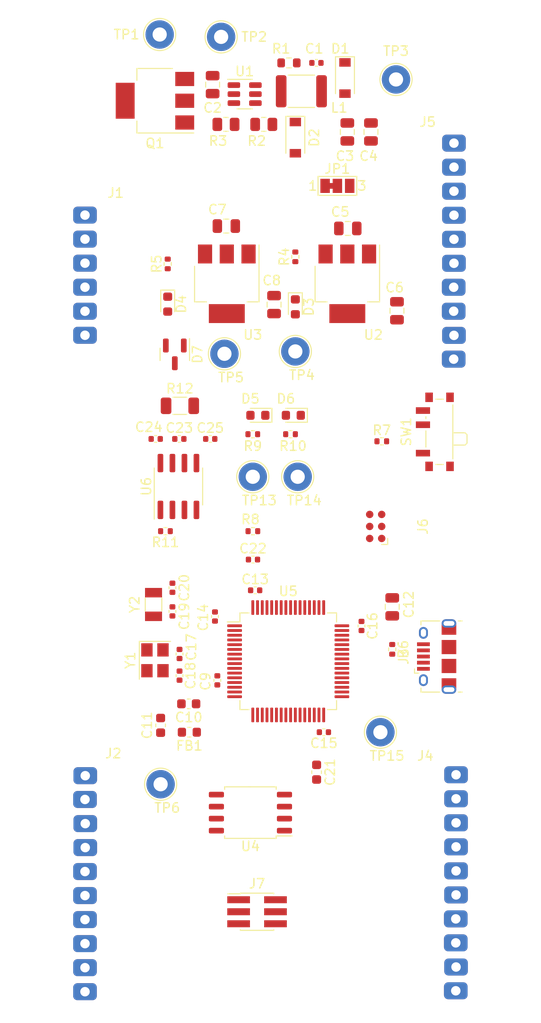
<source format=kicad_pcb>
(kicad_pcb (version 20211014) (generator pcbnew)
  (layers (0 "F.Cu" signal) (31 "B.Cu" signal) (34 "B.Paste" user) (35 "F.Paste" user) (36 "B.SilkS" user "B.Silkscreen") (37 "F.SilkS" user "F.Silkscreen") (38 "B.Mask" user) (39 "F.Mask" user) (44 "Edge.Cuts" user))
  (net 0 "")
  (net 1 "Net-(C1-Pad1)")
  (net 2 "Net-(C1-Pad2)")
  (net 3 "Net-(C2-Pad1)")
  (net 4 "GND")
  (net 5 "VPP")
  (net 6 "Net-(C5-Pad1)")
  (net 7 "+3V3")
  (net 8 "+5V")
  (net 9 "+3.3VA")
  (net 10 "/MCU-STM32F412RE/HSE_IN")
  (net 11 "/MCU-STM32F412RE/HSE_OUT")
  (net 12 "/MCU-STM32F412RE/LSE_IN")
  (net 13 "/MCU-STM32F412RE/LSE_OUT")
  (net 14 "/MCU-STM32F412RE/VCAP_1")
  (net 15 "/MCU-STM32F412RE/NRST")
  (net 16 "/CANH")
  (net 17 "/CANL")
  (net 18 "Net-(D2-Pad1)")
  (net 19 "/Power Supply/3v3_POWER_LED_K")
  (net 20 "/Power Supply/5v_POWER_LED_K")
  (net 21 "Net-(D5-Pad2)")
  (net 22 "Net-(D6-Pad2)")
  (net 23 "+BATT")
  (net 24 "/DEBUG_TX")
  (net 25 "/DEBUG_RX")
  (net 26 "/PB4")
  (net 27 "/PB5")
  (net 28 "/PB6")
  (net 29 "/PB7")
  (net 30 "/PD2")
  (net 31 "/PC12")
  (net 32 "/PC10")
  (net 33 "/PA15")
  (net 34 "VBUS")
  (net 35 "/MCU-STM32F412RE/USB_D-")
  (net 36 "/MCU-STM32F412RE/USB_D+")
  (net 39 "/PC0")
  (net 40 "/PC1")
  (net 41 "/PC2")
  (net 42 "/PC3")
  (net 43 "/PA0")
  (net 44 "/PA1")
  (net 45 "/PA2")
  (net 46 "/PA3")
  (net 47 "/PA4")
  (net 48 "/PA5")
  (net 49 "/PA8")
  (net 50 "/PC8")
  (net 51 "/PC7")
  (net 52 "/PC6")
  (net 53 "/PB15")
  (net 54 "/PB14")
  (net 55 "/PB13")
  (net 56 "/PB12")
  (net 57 "/PB10")
  (net 58 "/PB0")
  (net 59 "/MCU-STM32F412RE/SWDIO")
  (net 60 "/MCU-STM32F412RE/SWCLK")
  (net 61 "/MCU-STM32F412RE/SWO")
  (net 62 "Net-(R2-Pad2)")
  (net 63 "/MCU-STM32F412RE/SW_BOOT")
  (net 64 "/MCU-STM32F412RE/BOOT0")
  (net 65 "/MCU-STM32F412RE/TEST_LED1")
  (net 66 "/MCU-STM32F412RE/TEST_LED0")
  (net 67 "/MCU-STM32F412RE/CAN_TX")
  (net 68 "/MCU-STM32F412RE/QSPI_IO0")
  (net 69 "/MCU-STM32F412RE/QSPI_CS")
  (net 70 "/MCU-STM32F412RE/QSPI_IO1")
  (net 71 "/MCU-STM32F412RE/QSPI_CLK")
  (net 72 "/MCU-STM32F412RE/QSPI_IO2")
  (net 73 "/MCU-STM32F412RE/QSPI_IO3")
  (net 74 "/MCU-STM32F412RE/MCO_2")
  (net 75 "/MCU-STM32F412RE/CAN_RX")
  (footprint "TestPoint:TestPoint_Loop_D2.54mm_Drill1.5mm_Beaded" (layer "F.Cu") (at 111.5 109.75)
    (fp_text reference "TP15" (at 0.7 2.5) (layer "F.SilkS"))
    (fp_text value "TestPoint")
    (pad "1" thru_hole circle (at 0 0) (size 3 3) (drill 1.5) (layers *.Cu *.Mask) (net 74 "/MCU-STM32F412RE/MCO_2"))
  )
  (footprint "Crystal:Crystal_SMD_3215-2Pin_3.2x1.5mm" (layer "F.Cu") (at 87.5 96.25 -90)
    (fp_text reference "Y2" (at 0 2 90) (layer "F.SilkS"))
    (fp_text value "32.768 KHz")
    (pad "1" smd rect (at 1.25 0 270) (size 1 1.8) (layers "F.Cu" "F.Paste" "F.Mask") (net 12 "/MCU-STM32F412RE/LSE_IN"))
    (pad "2" smd rect (at -1.25 0 270) (size 1 1.8) (layers "F.Cu" "F.Paste" "F.Mask") (net 13 "/MCU-STM32F412RE/LSE_OUT"))
  )
  (footprint "Crystal:Crystal_SMD_3225-4Pin_3.2x2.5mm" (layer "F.Cu") (at 87.65 102.15 -90)
    (fp_text reference "Y1" (at 0 2.6 90) (layer "F.SilkS"))
    (fp_text value "16MHz")
    (pad "1" smd rect (at -1.1 0.85 270) (size 1.4 1.2) (layers "F.Cu" "F.Paste" "F.Mask") (net 10 "/MCU-STM32F412RE/HSE_IN"))
    (pad "2" smd rect (at 1.1 0.85 270) (size 1.4 1.2) (layers "F.Cu" "F.Paste" "F.Mask") (net 4 "GND"))
    (pad "3" smd rect (at 1.1 -0.85 270) (size 1.4 1.2) (layers "F.Cu" "F.Paste" "F.Mask") (net 11 "/MCU-STM32F412RE/HSE_OUT"))
    (pad "4" smd rect (at -1.1 -0.85 270) (size 1.4 1.2) (layers "F.Cu" "F.Paste" "F.Mask") (net 4 "GND"))
  )
  (footprint "Package_SO:SOIC-8_3.9x4.9mm_P1.27mm" (layer "F.Cu") (at 90.135 83.775 90)
    (fp_text reference "U6" (at 0 -3.4 90) (layer "F.SilkS"))
    (fp_text value "SN65HVD230")
    (pad "1" smd roundrect (at -2.475 -1.905 90) (size 1.95 0.6) (layers "F.Cu" "F.Paste" "F.Mask") (net 67 "/MCU-STM32F412RE/CAN_TX"))
    (pad "2" smd roundrect (at -2.475 -0.635 90) (size 1.95 0.6) (layers "F.Cu" "F.Paste" "F.Mask") (net 4 "GND"))
    (pad "3" smd roundrect (at -2.475 0.635 90) (size 1.95 0.6) (layers "F.Cu" "F.Paste" "F.Mask") (net 7 "+3V3"))
    (pad "4" smd roundrect (at -2.475 1.905 90) (size 1.95 0.6) (layers "F.Cu" "F.Paste" "F.Mask") (net 75 "/MCU-STM32F412RE/CAN_RX"))
    (pad "5" smd roundrect (at 2.475 1.905 90) (size 1.95 0.6) (layers "F.Cu" "F.Paste" "F.Mask"))
    (pad "6" smd roundrect (at 2.475 0.635 90) (size 1.95 0.6) (layers "F.Cu" "F.Paste" "F.Mask") (net 17 "/CANL"))
    (pad "7" smd roundrect (at 2.475 -0.635 90) (size 1.95 0.6) (layers "F.Cu" "F.Paste" "F.Mask") (net 16 "/CANH"))
    (pad "8" smd roundrect (at 2.475 -1.905 90) (size 1.95 0.6) (layers "F.Cu" "F.Paste" "F.Mask") (net 4 "GND"))
  )
  (footprint "TestPoint:TestPoint_Loop_D2.54mm_Drill1.5mm_Beaded" (layer "F.Cu") (at 95 69.75)
    (fp_text reference "TP5" (at 0.7 2.5) (layer "F.SilkS"))
    (fp_text value "TestPoint")
    (pad "1" thru_hole circle (at 0 0) (size 3 3) (drill 1.5) (layers *.Cu *.Mask) (net 8 "+5V"))
  )
  (footprint "custom-footprints:1x6p-2.54mm-castellated" (layer "F.Cu") (at 80.25 61.44)
    (fp_text reference "J1" (at 3.25 -8.69 unlocked) (layer "F.SilkS"))
    (fp_text value "Conn_01x06_Female")
    (pad "1" thru_hole roundrect (at 0 -6.35) (size 2.5 1.8) (drill 1) (layers *.Cu *.Mask) (net 23 "+BATT"))
    (pad "2" thru_hole roundrect (at 0 -3.81) (size 2.5 1.8) (drill 1) (layers *.Cu *.Mask) (net 4 "GND"))
    (pad "3" thru_hole roundrect (at 0 -1.27) (size 2.5 1.8) (drill 1) (layers *.Cu *.Mask) (net 17 "/CANL"))
    (pad "4" thru_hole roundrect (at 0 1.27) (size 2.5 1.8) (drill 1) (layers *.Cu *.Mask) (net 16 "/CANH"))
    (pad "5" thru_hole roundrect (at 0 3.81) (size 2.5 1.8) (drill 1) (layers *.Cu *.Mask) (net 24 "/DEBUG_TX"))
    (pad "6" thru_hole roundrect (at 0 6.35) (size 2.5 1.8) (drill 1) (layers *.Cu *.Mask) (net 25 "/DEBUG_RX"))
  )
  (footprint "Capacitor_SMD:C_0805_2012Metric" (layer "F.Cu") (at 93.75 41.3 -90)
    (fp_text reference "C2" (at 2.45 0 180) (layer "F.SilkS"))
    (fp_text value "4u7")
    (pad "1" smd roundrect (at -0.95 0 270) (size 1 1.45) (layers "F.Cu" "F.Paste" "F.Mask") (net 3 "Net-(C2-Pad1)"))
    (pad "2" smd roundrect (at 0.95 0 270) (size 1 1.45) (layers "F.Cu" "F.Paste" "F.Mask") (net 4 "GND"))
  )
  (footprint "Package_QFP:LQFP-64_10x10mm_P0.5mm" (layer "F.Cu") (at 101.75 102.25)
    (fp_text reference "U5" (at 0 -7.4) (layer "F.SilkS"))
    (fp_text value "STM32F412RETx")
    (pad "1" smd roundrect (at -5.675 -3.75) (size 1.55 0.3) (layers "F.Cu" "F.Paste" "F.Mask") (net 7 "+3V3"))
    (pad "2" smd roundrect (at -5.675 -3.25) (size 1.55 0.3) (layers "F.Cu" "F.Paste" "F.Mask") (net 65 "/MCU-STM32F412RE/TEST_LED1"))
    (pad "3" smd roundrect (at -5.675 -2.75) (size 1.55 0.3) (layers "F.Cu" "F.Paste" "F.Mask") (net 12 "/MCU-STM32F412RE/LSE_IN"))
    (pad "4" smd roundrect (at -5.675 -2.25) (size 1.55 0.3) (layers "F.Cu" "F.Paste" "F.Mask") (net 13 "/MCU-STM32F412RE/LSE_OUT"))
    (pad "5" smd roundrect (at -5.675 -1.75) (size 1.55 0.3) (layers "F.Cu" "F.Paste" "F.Mask") (net 10 "/MCU-STM32F412RE/HSE_IN"))
    (pad "6" smd roundrect (at -5.675 -1.25) (size 1.55 0.3) (layers "F.Cu" "F.Paste" "F.Mask") (net 11 "/MCU-STM32F412RE/HSE_OUT"))
    (pad "7" smd roundrect (at -5.675 -0.75) (size 1.55 0.3) (layers "F.Cu" "F.Paste" "F.Mask") (net 15 "/MCU-STM32F412RE/NRST"))
    (pad "8" smd roundrect (at -5.675 -0.25) (size 1.55 0.3) (layers "F.Cu" "F.Paste" "F.Mask") (net 39 "/PC0"))
    (pad "9" smd roundrect (at -5.675 0.25) (size 1.55 0.3) (layers "F.Cu" "F.Paste" "F.Mask") (net 40 "/PC1"))
    (pad "10" smd roundrect (at -5.675 0.75) (size 1.55 0.3) (layers "F.Cu" "F.Paste" "F.Mask") (net 41 "/PC2"))
    (pad "11" smd roundrect (at -5.675 1.25) (size 1.55 0.3) (layers "F.Cu" "F.Paste" "F.Mask") (net 42 "/PC3"))
    (pad "12" smd roundrect (at -5.675 1.75) (size 1.55 0.3) (layers "F.Cu" "F.Paste" "F.Mask") (net 4 "GND"))
    (pad "13" smd roundrect (at -5.675 2.25) (size 1.55 0.3) (layers "F.Cu" "F.Paste" "F.Mask") (net 9 "+3.3VA"))
    (pad "14" smd roundrect (at -5.675 2.75) (size 1.55 0.3) (layers "F.Cu" "F.Paste" "F.Mask") (net 43 "/PA0"))
    (pad "15" smd roundrect (at -5.675 3.25) (size 1.55 0.3) (layers "F.Cu" "F.Paste" "F.Mask") (net 44 "/PA1"))
    (pad "16" smd roundrect (at -5.675 3.75) (size 1.55 0.3) (layers "F.Cu" "F.Paste" "F.Mask") (net 45 "/PA2"))
    (pad "17" smd roundrect (at -3.75 5.675) (size 0.3 1.55) (layers "F.Cu" "F.Paste" "F.Mask") (net 46 "/PA3"))
    (pad "18" smd roundrect (at -3.25 5.675) (size 0.3 1.55) (layers "F.Cu" "F.Paste" "F.Mask") (net 4 "GND"))
    (pad "19" smd roundrect (at -2.75 5.675) (size 0.3 1.55) (layers "F.Cu" "F.Paste" "F.Mask") (net 7 "+3V3"))
    (pad "20" smd roundrect (at -2.25 5.675) (size 0.3 1.55) (layers "F.Cu" "F.Paste" "F.Mask") (net 47 "/PA4"))
    (pad "21" smd roundrect (at -1.75 5.675) (size 0.3 1.55) (layers "F.Cu" "F.Paste" "F.Mask") (net 48 "/PA5"))
    (pad "22" smd roundrect (at -1.25 5.675) (size 0.3 1.55) (layers "F.Cu" "F.Paste" "F.Mask") (net 68 "/MCU-STM32F412RE/QSPI_IO0"))
    (pad "23" smd roundrect (at -0.75 5.675) (size 0.3 1.55) (layers "F.Cu" "F.Paste" "F.Mask") (net 70 "/MCU-STM32F412RE/QSPI_IO1"))
    (pad "24" smd roundrect (at -0.25 5.675) (size 0.3 1.55) (layers "F.Cu" "F.Paste" "F.Mask") (net 72 "/MCU-STM32F412RE/QSPI_IO2"))
    (pad "25" smd roundrect (at 0.25 5.675) (size 0.3 1.55) (layers "F.Cu" "F.Paste" "F.Mask") (net 73 "/MCU-STM32F412RE/QSPI_IO3"))
    (pad "26" smd roundrect (at 0.75 5.675) (size 0.3 1.55) (layers "F.Cu" "F.Paste" "F.Mask") (net 58 "/PB0"))
    (pad "27" smd roundrect (at 1.25 5.675) (size 0.3 1.55) (layers "F.Cu" "F.Paste" "F.Mask") (net 71 "/MCU-STM32F412RE/QSPI_CLK"))
    (pad "28" smd roundrect (at 1.75 5.675) (size 0.3 1.55) (layers "F.Cu" "F.Paste" "F.Mask") (net 66 "/MCU-STM32F412RE/TEST_LED0"))
    (pad "29" smd roundrect (at 2.25 5.675) (size 0.3 1.55) (layers "F.Cu" "F.Paste" "F.Mask") (net 57 "/PB10"))
    (pad "30" smd roundrect (at 2.75 5.675) (size 0.3 1.55) (layers "F.Cu" "F.Paste" "F.Mask") (net 14 "/MCU-STM32F412RE/VCAP_1"))
    (pad "31" smd roundrect (at 3.25 5.675) (size 0.3 1.55) (layers "F.Cu" "F.Paste" "F.Mask") (net 4 "GND"))
    (pad "32" smd roundrect (at 3.75 5.675) (size 0.3 1.55) (layers "F.Cu" "F.Paste" "F.Mask") (net 7 "+3V3"))
    (pad "33" smd roundrect (at 5.675 3.75) (size 1.55 0.3) (layers "F.Cu" "F.Paste" "F.Mask") (net 56 "/PB12"))
    (pad "34" smd roundrect (at 5.675 3.25) (size 1.55 0.3) (layers "F.Cu" "F.Paste" "F.Mask") (net 55 "/PB13"))
    (pad "35" smd roundrect (at 5.675 2.75) (size 1.55 0.3) (layers "F.Cu" "F.Paste" "F.Mask") (net 54 "/PB14"))
    (pad "36" smd roundrect (at 5.675 2.25) (size 1.55 0.3) (layers "F.Cu" "F.Paste" "F.Mask") (net 53 "/PB15"))
    (pad "37" smd roundrect (at 5.675 1.75) (size 1.55 0.3) (layers "F.Cu" "F.Paste" "F.Mask") (net 52 "/PC6"))
    (pad "38" smd roundrect (at 5.675 1.25) (size 1.55 0.3) (layers "F.Cu" "F.Paste" "F.Mask") (net 51 "/PC7"))
    (pad "39" smd roundrect (at 5.675 0.75) (size 1.55 0.3) (layers "F.Cu" "F.Paste" "F.Mask") (net 50 "/PC8"))
    (pad "40" smd roundrect (at 5.675 0.25) (size 1.55 0.3) (layers "F.Cu" "F.Paste" "F.Mask") (net 74 "/MCU-STM32F412RE/MCO_2"))
    (pad "41" smd roundrect (at 5.675 -0.25) (size 1.55 0.3) (layers "F.Cu" "F.Paste" "F.Mask") (net 49 "/PA8"))
    (pad "42" smd roundrect (at 5.675 -0.75) (size 1.55 0.3) (layers "F.Cu" "F.Paste" "F.Mask") (net 24 "/DEBUG_TX"))
    (pad "43" smd roundrect (at 5.675 -1.25) (size 1.55 0.3) (layers "F.Cu" "F.Paste" "F.Mask") (net 25 "/DEBUG_RX"))
    (pad "44" smd roundrect (at 5.675 -1.75) (size 1.55 0.3) (layers "F.Cu" "F.Paste" "F.Mask") (net 35 "/MCU-STM32F412RE/USB_D-"))
    (pad "45" smd roundrect (at 5.675 -2.25) (size 1.55 0.3) (layers "F.Cu" "F.Paste" "F.Mask") (net 36 "/MCU-STM32F412RE/USB_D+"))
    (pad "46" smd roundrect (at 5.675 -2.75) (size 1.55 0.3) (layers "F.Cu" "F.Paste" "F.Mask") (net 59 "/MCU-STM32F412RE/SWDIO"))
    (pad "47" smd roundrect (at 5.675 -3.25) (size 1.55 0.3) (layers "F.Cu" "F.Paste" "F.Mask") (net 4 "GND"))
    (pad "48" smd roundrect (at 5.675 -3.75) (size 1.55 0.3) (layers "F.Cu" "F.Paste" "F.Mask") (net 7 "+3V3"))
    (pad "49" smd roundrect (at 3.75 -5.675) (size 0.3 1.55) (layers "F.Cu" "F.Paste" "F.Mask") (net 60 "/MCU-STM32F412RE/SWCLK"))
    (pad "50" smd roundrect (at 3.25 -5.675) (size 0.3 1.55) (layers "F.Cu" "F.Paste" "F.Mask") (net 33 "/PA15"))
    (pad "51" smd roundrect (at 2.75 -5.675) (size 0.3 1.55) (layers "F.Cu" "F.Paste" "F.Mask") (net 32 "/PC10"))
    (pad "52" smd roundrect (at 2.25 -5.675) (size 0.3 1.55) (layers "F.Cu" "F.Paste" "F.Mask") (net 69 "/MCU-STM32F412RE/QSPI_CS"))
    (pad "53" smd roundrect (at 1.75 -5.675) (size 0.3 1.55) (layers "F.Cu" "F.Paste" "F.Mask") (net 31 "/PC12"))
    (pad "54" smd roundrect (at 1.25 -5.675) (size 0.3 1.55) (layers "F.Cu" "F.Paste" "F.Mask") (net 30 "/PD2"))
    (pad "55" smd roundrect (at 0.75 -5.675) (size 0.3 1.55) (layers "F.Cu" "F.Paste" "F.Mask") (net 61 "/MCU-STM32F412RE/SWO"))
    (pad "56" smd roundrect (at 0.25 -5.675) (size 0.3 1.55) (layers "F.Cu" "F.Paste" "F.Mask") (net 26 "/PB4"))
    (pad "57" smd roundrect (at -0.25 -5.675) (size 0.3 1.55) (layers "F.Cu" "F.Paste" "F.Mask") (net 27 "/PB5"))
    (pad "58" smd roundrect (at -0.75 -5.675) (size 0.3 1.55) (layers "F.Cu" "F.Paste" "F.Mask") (net 28 "/PB6"))
    (pad "59" smd roundrect (at -1.25 -5.675) (size 0.3 1.55) (layers "F.Cu" "F.Paste" "F.Mask") (net 29 "/PB7"))
    (pad "60" smd roundrect (at -1.75 -5.675) (size 0.3 1.55) (layers "F.Cu" "F.Paste" "F.Mask") (net 64 "/MCU-STM32F412RE/BOOT0"))
    (pad "61" smd roundrect (at -2.25 -5.675) (size 0.3 1.55) (layers "F.Cu" "F.Paste" "F.Mask") (net 75 "/MCU-STM32F412RE/CAN_RX"))
    (pad "62" smd roundrect (at -2.75 -5.675) (size 0.3 1.55) (layers "F.Cu" "F.Paste" "F.Mask") (net 67 "/MCU-STM32F412RE/CAN_TX"))
    (pad "63" smd roundrect (at -3.25 -5.675) (size 0.3 1.55) (layers "F.Cu" "F.Paste" "F.Mask") (net 4 "GND"))
    (pad "64" smd roundrect (at -3.75 -5.675) (size 0.3 1.55) (layers "F.Cu" "F.Paste" "F.Mask") (net 7 "+3V3"))
  )
  (footprint "Capacitor_SMD:C_0805_2012Metric" (layer "F.Cu") (at 95.2 56.25)
    (fp_text reference "C7" (at -0.95 -1.75) (layer "F.SilkS"))
    (fp_text value "22u")
    (pad "1" smd roundrect (at -0.95 0) (size 1 1.45) (layers "F.Cu" "F.Paste" "F.Mask") (net 5 "VPP"))
    (pad "2" smd roundrect (at 0.95 0) (size 1 1.45) (layers "F.Cu" "F.Paste" "F.Mask") (net 4 "GND"))
  )
  (footprint "Capacitor_SMD:C_0402_1005Metric" (layer "F.Cu") (at 94.25 104.27 90)
    (fp_text reference "C9" (at -0.107836 -1.25 90) (layer "F.SilkS"))
    (fp_text value "10n")
    (pad "1" smd roundrect (at -0.48 0 90) (size 0.56 0.62) (layers "F.Cu" "F.Paste" "F.Mask") (net 9 "+3.3VA"))
    (pad "2" smd roundrect (at 0.48 0 90) (size 0.56 0.62) (layers "F.Cu" "F.Paste" "F.Mask") (net 4 "GND"))
  )
  (footprint "Resistor_SMD:R_0603_1608Metric" (layer "F.Cu") (at 101.825 39 180)
    (fp_text reference "R1" (at 0.825 1.5) (layer "F.SilkS"))
    (fp_text value "82")
    (pad "1" smd roundrect (at -0.825 0 180) (size 0.8 0.95) (layers "F.Cu" "F.Paste" "F.Mask") (net 2 "Net-(C1-Pad2)"))
    (pad "2" smd roundrect (at 0.825 0 180) (size 0.8 0.95) (layers "F.Cu" "F.Paste" "F.Mask") (net 18 "Net-(D2-Pad1)"))
  )
  (footprint "Resistor_SMD:R_0402_1005Metric" (layer "F.Cu") (at 88.76 88.5 180)
    (fp_text reference "R11" (at 0 -1.17) (layer "F.SilkS"))
    (fp_text value "1k5")
    (pad "1" smd roundrect (at -0.51 0 180) (size 0.54 0.64) (layers "F.Cu" "F.Paste" "F.Mask") (net 7 "+3V3"))
    (pad "2" smd roundrect (at 0.51 0 180) (size 0.54 0.64) (layers "F.Cu" "F.Paste" "F.Mask") (net 67 "/MCU-STM32F412RE/CAN_TX"))
  )
  (footprint "TestPoint:TestPoint_Loop_D2.54mm_Drill1.5mm_Beaded" (layer "F.Cu") (at 113.15 40.75)
    (fp_text reference "TP3" (at 0 -3) (layer "F.SilkS"))
    (fp_text value "TestPoint")
    (pad "1" thru_hole circle (at 0 0) (size 3 3) (drill 1.5) (layers *.Cu *.Mask) (net 5 "VPP"))
  )
  (footprint "Package_TO_SOT_SMD:SOT-23" (layer "F.Cu") (at 89.75 69.8125 -90)
    (fp_text reference "D7" (at 0 -2.4 90) (layer "F.SilkS"))
    (fp_text value "DESD1CAN2SOQ")
    (pad "1" smd roundrect (at -0.9375 -0.95 270) (size 1.475 0.6) (layers "F.Cu" "F.Paste" "F.Mask") (net 17 "/CANL"))
    (pad "2" smd roundrect (at -0.9375 0.95 270) (size 1.475 0.6) (layers "F.Cu" "F.Paste" "F.Mask") (net 16 "/CANH"))
    (pad "3" smd roundrect (at 0.9375 0 270) (size 1.475 0.6) (layers "F.Cu" "F.Paste" "F.Mask") (net 4 "GND"))
  )
  (footprint "Capacitor_SMD:C_0402_1005Metric" (layer "F.Cu") (at 89.5 94.48 90)
    (fp_text reference "C20" (at 0 1.25 90) (layer "F.SilkS"))
    (fp_text value "12p5")
    (pad "1" smd roundrect (at -0.48 0 90) (size 0.56 0.62) (layers "F.Cu" "F.Paste" "F.Mask") (net 13 "/MCU-STM32F412RE/LSE_OUT"))
    (pad "2" smd roundrect (at 0.48 0 90) (size 0.56 0.62) (layers "F.Cu" "F.Paste" "F.Mask") (net 4 "GND"))
  )
  (footprint "TestPoint:TestPoint_Loop_D2.54mm_Drill1.5mm_Beaded" (layer "F.Cu") (at 94.65 36.25)
    (fp_text reference "TP2" (at 3.5 0) (layer "F.SilkS"))
    (fp_text value "TestPoint")
    (pad "1" thru_hole circle (at 0 0) (size 3 3) (drill 1.5) (layers *.Cu *.Mask) (net 3 "Net-(C2-Pad1)"))
  )
  (footprint "Resistor_SMD:R_1206_3216Metric" (layer "F.Cu") (at 90.2875 75.25)
    (fp_text reference "R12" (at 0 -1.82) (layer "F.SilkS"))
    (fp_text value "120")
    (pad "1" smd roundrect (at -1.4625 0) (size 1.125 1.75) (layers "F.Cu" "F.Paste" "F.Mask") (roundrect_rratio 0.222222) (net 16 "/CANH"))
    (pad "2" smd roundrect (at 1.4625 0) (size 1.125 1.75) (layers "F.Cu" "F.Paste" "F.Mask") (roundrect_rratio 0.222222) (net 17 "/CANL"))
  )
  (footprint "Capacitor_SMD:C_0805_2012Metric" (layer "F.Cu") (at 108.05 56.5)
    (fp_text reference "C5" (at -0.8 -1.75) (layer "F.SilkS"))
    (fp_text value "22u")
    (pad "1" smd roundrect (at -0.95 0) (size 1 1.45) (layers "F.Cu" "F.Paste" "F.Mask") (net 6 "Net-(C5-Pad1)"))
    (pad "2" smd roundrect (at 0.95 0) (size 1 1.45) (layers "F.Cu" "F.Paste" "F.Mask") (net 4 "GND"))
  )
  (footprint "custom-footprints:1x10p-2.54mm-castellated" (layer "F.Cu") (at 119.5 124.41)
    (fp_text reference "J4" (at -3.25 -12.16 unlocked) (layer "F.SilkS"))
    (fp_text value "Conn_01x10_Female")
    (pad "1" thru_hole roundrect (at 0 -10.16) (size 2.5 1.8) (drill 1) (layers *.Cu *.Mask) (net 39 "/PC0"))
    (pad "2" thru_hole roundrect (at 0 -7.62) (size 2.5 1.8) (drill 1) (layers *.Cu *.Mask) (net 40 "/PC1"))
    (pad "3" thru_hole roundrect (at 0 -5.08) (size 2.5 1.8) (drill 1) (layers *.Cu *.Mask) (net 41 "/PC2"))
    (pad "4" thru_hole roundrect (at 0 -2.54) (size 2.5 1.8) (drill 1) (layers *.Cu *.Mask) (net 42 "/PC3"))
    (pad "5" thru_hole roundrect (at 0 0) (size 2.5 1.8) (drill 1) (layers *.Cu *.Mask) (net 43 "/PA0"))
    (pad "6" thru_hole roundrect (at 0 2.54) (size 2.5 1.8) (drill 1) (layers *.Cu *.Mask) (net 44 "/PA1"))
    (pad "7" thru_hole roundrect (at -0.028461 5.073846) (size 2.5 1.8) (drill 1) (layers *.Cu *.Mask) (net 45 "/PA2"))
    (pad "8" thru_hole roundrect (at -0.028461 7.606923) (size 2.5 1.8) (drill 1) (layers *.Cu *.Mask) (net 46 "/PA3"))
    (pad "9" thru_hole roundrect (at 0 10.16) (size 2.5 1.8) (drill 1) (layers *.Cu *.Mask) (net 47 "/PA4"))
    (pad "10" thru_hole roundrect (at -0.028461 12.673076) (size 2.5 1.8) (drill 1) (layers *.Cu *.Mask) (net 48 "/PA5"))
  )
  (footprint "LED_SMD:LED_0603_1608Metric" (layer "F.Cu") (at 102.5 64.7875 -90)
    (fp_text reference "D3" (at 0 -1.43 90) (layer "F.SilkS"))
    (fp_text value "LED")
    (pad "1" smd roundrect (at -0.7875 0 270) (size 0.875 0.95) (layers "F.Cu" "F.Paste" "F.Mask") (net 19 "/Power Supply/3v3_POWER_LED_K"))
    (pad "2" smd roundrect (at 0.7875 0 270) (size 0.875 0.95) (layers "F.Cu" "F.Paste" "F.Mask") (net 7 "+3V3"))
  )
  (footprint "Capacitor_SMD:C_0402_1005Metric" (layer "F.Cu") (at 89.5 96.98 90)
    (fp_text reference "C19" (at -0.52 1.25 90) (layer "F.SilkS"))
    (fp_text value "12p5")
    (pad "1" smd roundrect (at -0.48 0 90) (size 0.56 0.62) (layers "F.Cu" "F.Paste" "F.Mask") (net 12 "/MCU-STM32F412RE/LSE_IN"))
    (pad "2" smd roundrect (at 0.48 0 90) (size 0.56 0.62) (layers "F.Cu" "F.Paste" "F.Mask") (net 4 "GND"))
  )
  (footprint "Resistor_SMD:R_0805_2012Metric" (layer "F.Cu") (at 95.1625 45.5 180)
    (fp_text reference "R3" (at 0.8375 -1.75 180) (layer "F.SilkS"))
    (fp_text value "10k")
    (pad "1" smd roundrect (at -0.9125 0 180) (size 1.025 1.4) (layers "F.Cu" "F.Paste" "F.Mask") (roundrect_rratio 0.243902) (net 62 "Net-(R2-Pad2)"))
    (pad "2" smd roundrect (at 0.9125 0 180) (size 1.025 1.4) (layers "F.Cu" "F.Paste" "F.Mask") (roundrect_rratio 0.243902) (net 4 "GND"))
  )
  (footprint "Resistor_SMD:R_0402_1005Metric" (layer "F.Cu") (at 98 78.25)
    (fp_text reference "R9" (at 0 1.25) (layer "F.SilkS"))
    (fp_text value "1k5")
    (pad "1" smd roundrect (at -0.51 0) (size 0.54 0.64) (layers "F.Cu" "F.Paste" "F.Mask") (net 21 "Net-(D5-Pad2)"))
    (pad "2" smd roundrect (at 0.51 0) (size 0.54 0.64) (layers "F.Cu" "F.Paste" "F.Mask") (net 65 "/MCU-STM32F412RE/TEST_LED1"))
  )
  (footprint "Capacitor_SMD:C_0603_1608Metric" (layer "F.Cu") (at 88.25 109.025 90)
    (fp_text reference "C11" (at 0 -1.43 90) (layer "F.SilkS"))
    (fp_text value "1u")
    (pad "1" smd roundrect (at -0.775 0 90) (size 0.9 0.95) (layers "F.Cu" "F.Paste" "F.Mask") (net 7 "+3V3"))
    (pad "2" smd roundrect (at 0.775 0 90) (size 0.9 0.95) (layers "F.Cu" "F.Paste" "F.Mask") (net 4 "GND"))
  )
  (footprint "Package_TO_SOT_SMD:SOT-23-6" (layer "F.Cu") (at 97.1375 42.3)
    (fp_text reference "U1" (at 0 -2.4) (layer "F.SilkS"))
    (fp_text value "MCP16301")
    (pad "1" smd roundrect (at -1.1375 -0.95) (size 1.325 0.6) (layers "F.Cu" "F.Paste" "F.Mask") (net 1 "Net-(C1-Pad1)"))
    (pad "2" smd roundrect (at -1.1375 0) (size 1.325 0.6) (layers "F.Cu" "F.Paste" "F.Mask") (net 4 "GND"))
    (pad "3" smd roundrect (at -1.1375 0.95) (size 1.325 0.6) (layers "F.Cu" "F.Paste" "F.Mask") (net 62 "Net-(R2-Pad2)"))
    (pad "4" smd roundrect (at 1.1375 0.95) (size 1.325 0.6) (layers "F.Cu" "F.Paste" "F.Mask") (net 3 "Net-(C2-Pad1)"))
    (pad "5" smd roundrect (at 1.1375 0) (size 1.325 0.6) (layers "F.Cu" "F.Paste" "F.Mask") (net 3 "Net-(C2-Pad1)"))
    (pad "6" smd roundrect (at 1.1375 -0.95) (size 1.325 0.6) (layers "F.Cu" "F.Paste" "F.Mask") (net 18 "Net-(D2-Pad1)"))
  )
  (footprint "TestPoint:TestPoint_Loop_D2.54mm_Drill1.5mm_Beaded" (layer "F.Cu") (at 102.5 69.5)
    (fp_text reference "TP4" (at 0.7 2.5) (layer "F.SilkS"))
    (fp_text value "TestPoint")
    (pad "1" thru_hole circle (at 0 0) (size 3 3) (drill 1.5) (layers *.Cu *.Mask) (net 7 "+3V3"))
  )
  (footprint "TestPoint:TestPoint_Loop_D2.54mm_Drill1.5mm_Beaded" (layer "F.Cu") (at 88.15 36)
    (fp_text reference "TP1" (at -3.5 0) (layer "F.SilkS"))
    (fp_text value "TestPoint")
    (pad "1" thru_hole circle (at 0 0) (size 3 3) (drill 1.5) (layers *.Cu *.Mask) (net 23 "+BATT"))
  )
  (footprint "Inductor_SMD:L_0603_1608Metric" (layer "F.Cu") (at 91.2875 109.75 180)
    (fp_text reference "FB1" (at 0 -1.43) (layer "F.SilkS"))
    (fp_text value "600R")
    (pad "1" smd roundrect (at -0.7875 0 180) (size 0.875 0.95) (layers "F.Cu" "F.Paste" "F.Mask") (net 9 "+3.3VA"))
    (pad "2" smd roundrect (at 0.7875 0 180) (size 0.875 0.95) (layers "F.Cu" "F.Paste" "F.Mask") (net 7 "+3V3"))
  )
  (footprint "Capacitor_SMD:C_0402_1005Metric" (layer "F.Cu") (at 94 97.52 90)
    (fp_text reference "C14" (at -0.107836 -1.25 90) (layer "F.SilkS"))
    (fp_text value "100n")
    (pad "1" smd roundrect (at -0.48 0 90) (size 0.56 0.62) (layers "F.Cu" "F.Paste" "F.Mask") (net 7 "+3V3"))
    (pad "2" smd roundrect (at 0.48 0 90) (size 0.56 0.62) (layers "F.Cu" "F.Paste" "F.Mask") (net 4 "GND"))
  )
  (footprint "Button_Switch_SMD:SW_SPDT_PCM12" (layer "F.Cu") (at 117.43 78 90)
    (fp_text reference "SW1" (at 0 -3.2 90) (layer "F.SilkS"))
    (fp_text value "SW_SPDT")
    (pad "" smd rect (at 3.65 1.43 90) (size 1 0.8) (layers "F.Cu" "F.Paste" "F.Mask"))
    (pad "" np_thru_hole circle (at 1.5 0.33 90) (size 0.9 0.9) (drill 0.9) (layers *.Cu *.Mask))
    (pad "" smd rect (at -3.65 1.43 90) (size 1 0.8) (layers "F.Cu" "F.Paste" "F.Mask"))
    (pad "" smd rect (at 3.65 -0.78 90) (size 1 0.8) (layers "F.Cu" "F.Paste" "F.Mask"))
    (pad "" np_thru_hole circle (at -1.5 0.33 90) (size 0.9 0.9) (drill 0.9) (layers *.Cu *.Mask))
    (pad "" smd rect (at -3.65 -0.78 90) (size 1 0.8) (layers "F.Cu" "F.Paste" "F.Mask"))
    (pad "1" smd rect (at -2.25 -1.43 90) (size 0.7 1.5) (layers "F.Cu" "F.Paste" "F.Mask") (net 4 "GND"))
    (pad "2" smd rect (at 0.75 -1.43 90) (size 0.7 1.5) (layers "F.Cu" "F.Paste" "F.Mask") (net 63 "/MCU-STM32F412RE/SW_BOOT"))
    (pad "3" smd rect (at 2.25 -1.43 90) (size 0.7 1.5) (layers "F.Cu" "F.Paste" "F.Mask") (net 7 "+3V3"))
  )
  (footprint "LED_SMD:LED_0603_1608Metric" (layer "F.Cu") (at 102.2875 76.25 180)
    (fp_text reference "D6" (at 0.7875 1.75) (layer "F.SilkS"))
    (fp_text value "LED")
    (pad "1" smd roundrect (at -0.7875 0 180) (size 0.875 0.95) (layers "F.Cu" "F.Paste" "F.Mask") (net 4 "GND"))
    (pad "2" smd roundrect (at 0.7875 0 180) (size 0.875 0.95) (layers "F.Cu" "F.Paste" "F.Mask") (net 22 "Net-(D6-Pad2)"))
  )
  (footprint "Capacitor_SMD:C_0402_1005Metric" (layer "F.Cu") (at 98.02 91.5)
    (fp_text reference "C22" (at 0 -1.16) (layer "F.SilkS"))
    (fp_text value "100n")
    (pad "1" smd roundrect (at -0.48 0) (size 0.56 0.62) (layers "F.Cu" "F.Paste" "F.Mask") (net 15 "/MCU-STM32F412RE/NRST"))
    (pad "2" smd roundrect (at 0.48 0) (size 0.56 0.62) (layers "F.Cu" "F.Paste" "F.Mask") (net 4 "GND"))
  )
  (footprint "Resistor_SMD:R_0805_2012Metric" (layer "F.Cu") (at 99.1625 45.5 180)
    (fp_text reference "R2" (at 0.75 -1.75 180) (layer "F.SilkS"))
    (fp_text value "61k9")
    (pad "1" smd roundrect (at -0.9125 0 180) (size 1.025 1.4) (layers "F.Cu" "F.Paste" "F.Mask") (roundrect_rratio 0.243902) (net 5 "VPP"))
    (pad "2" smd roundrect (at 0.9125 0 180) (size 1.025 1.4) (layers "F.Cu" "F.Paste" "F.Mask") (roundrect_rratio 0.243902) (net 62 "Net-(R2-Pad2)"))
  )
  (footprint "Diode_SMD:D_SOD-123" (layer "F.Cu") (at 107.75 40.6 -90)
    (fp_text reference "D1" (at -3.1 0.5) (layer "F.SilkS"))
    (fp_text value "1N4148")
    (pad "1" smd rect (at -1.65 0 270) (size 0.9 1.2) (layers "F.Cu" "F.Paste" "F.Mask") (net 1 "Net-(C1-Pad1)"))
    (pad "2" smd rect (at 1.65 0 270) (size 0.9 1.2) (layers "F.Cu" "F.Paste" "F.Mask") (net 5 "VPP"))
  )
  (footprint "Capacitor_SMD:C_0805_2012Metric" (layer "F.Cu") (at 113.25 65.2 90)
    (fp_text reference "C6" (at 2.45 -0.25 180) (layer "F.SilkS"))
    (fp_text value "22u")
    (pad "1" smd roundrect (at -0.95 0 90) (size 1 1.45) (layers "F.Cu" "F.Paste" "F.Mask") (net 7 "+3V3"))
    (pad "2" smd roundrect (at 0.95 0 90) (size 1 1.45) (layers "F.Cu" "F.Paste" "F.Mask") (net 4 "GND"))
  )
  (footprint "LED_SMD:LED_0603_1608Metric" (layer "F.Cu") (at 98.5375 76.25 180)
    (fp_text reference "D5" (at 0.8 1.75) (layer "F.SilkS"))
    (fp_text value "LED")
    (pad "1" smd roundrect (at -0.7875 0 180) (size 0.875 0.95) (layers "F.Cu" "F.Paste" "F.Mask") (net 4 "GND"))
    (pad "2" smd roundrect (at 0.7875 0 180) (size 0.875 0.95) (layers "F.Cu" "F.Paste" "F.Mask") (net 21 "Net-(D5-Pad2)"))
  )
  (footprint "custom-footprints:1x10p-2.54mm-castellated" (layer "F.Cu") (at 80.25 127.02 180)
    (fp_text reference "J2" (at -3 15.02 unlocked) (layer "F.SilkS"))
    (fp_text value "Conn_01x10_Female")
    (pad "1" thru_hole roundrect (at 0 -10.16 180) (size 2.5 1.8) (drill 1) (layers *.Cu *.Mask) (net 9 "+3.3VA"))
    (pad "2" thru_hole roundrect (at 0 -7.62 180) (size 2.5 1.8) (drill 1) (layers *.Cu *.Mask) (net 7 "+3V3"))
    (pad "3" thru_hole roundrect (at 0 -5.08 180) (size 2.5 1.8) (drill 1) (layers *.Cu *.Mask) (net 26 "/PB4"))
    (pad "4" thru_hole roundrect (at 0 -2.54 180) (size 2.5 1.8) (drill 1) (layers *.Cu *.Mask) (net 27 "/PB5"))
    (pad "5" thru_hole roundrect (at 0 0 180) (size 2.5 1.8) (drill 1) (layers *.Cu *.Mask) (net 28 "/PB6"))
    (pad "6" thru_hole roundrect (at 0 2.54 180) (size 2.5 1.8) (drill 1) (layers *.Cu *.Mask) (net 29 "/PB7"))
    (pad "7" thru_hole roundrect (at -0.028461 5.073846 180) (size 2.5 1.8) (drill 1) (layers *.Cu *.Mask) (net 30 "/PD2"))
    (pad "8" thru_hole roundrect (at -0.028461 7.606923 180) (size 2.5 1.8) (drill 1) (layers *.Cu *.Mask) (net 31 "/PC12"))
    (pad "9" thru_hole roundrect (at 0 10.16 180) (size 2.5 1.8) (drill 1) (layers *.Cu *.Mask) (net 32 "/PC10"))
    (pad "10" thru_hole roundrect (at -0.028461 12.673076 180) (size 2.5 1.8) (drill 1) (layers *.Cu *.Mask) (net 33 "/PA15"))
  )
  (footprint "Diode_SMD:D_SOD-123" (layer "F.Cu") (at 102.5 46.9 -90)
    (fp_text reference "D2" (at 0 -2 90) (layer "F.SilkS"))
    (fp_text value "40V")
    (pad "1" smd rect (at -1.65 0 270) (size 0.9 1.2) (layers "F.Cu" "F.Paste" "F.Mask") (net 18 "Net-(D2-Pad1)"))
    (pad "2" smd rect (at 1.65 0 270) (size 0.9 1.2) (layers "F.Cu" "F.Paste" "F.Mask") (net 4 "GND"))
  )
  (footprint "Capacitor_SMD:C_0603_1608Metric" (layer "F.Cu") (at 91.225 106.75 180)
    (fp_text reference "C10" (at 0 -1.43) (layer "F.SilkS"))
    (fp_text value "1u")
    (pad "1" smd roundrect (at -0.775 0 180) (size 0.9 0.95) (layers "F.Cu" "F.Paste" "F.Mask") (net 9 "+3.3VA"))
    (pad "2" smd roundrect (at 0.775 0 180) (size 0.9 0.95) (layers "F.Cu" "F.Paste" "F.Mask") (net 4 "GND"))
  )
  (footprint "Capacitor_SMD:C_0402_1005Metric" (layer "F.Cu") (at 109.5 98.52 -90)
    (fp_text reference "C16" (at 0 -1.16 90) (layer "F.SilkS"))
    (fp_text value "100n")
    (pad "1" smd roundrect (at -0.48 0 270) (size 0.56 0.62) (layers "F.Cu" "F.Paste" "F.Mask") (net 7 "+3V3"))
    (pad "2" smd roundrect (at 0.48 0 270) (size 0.56 0.62) (layers "F.Cu" "F.Paste" "F.Mask") (net 4 "GND"))
  )
  (footprint "Capacitor_SMD:C_0402_1005Metric" (layer "F.Cu") (at 90.25 103.77 -90)
    (fp_text reference "C18" (at 0 -1.16 90) (layer "F.SilkS"))
    (fp_text value "10p")
    (pad "1" smd roundrect (at -0.48 0 270) (size 0.56 0.62) (layers "F.Cu" "F.Paste" "F.Mask") (net 11 "/MCU-STM32F412RE/HSE_OUT"))
    (pad "2" smd roundrect (at 0.48 0 270) (size 0.56 0.62) (layers "F.Cu" "F.Paste" "F.Mask") (net 4 "GND"))
  )
  (footprint "Resistor_SMD:R_0402_1005Metric" (layer "F.Cu") (at 98.01 88.5 180)
    (fp_text reference "R8" (at 0.26 1.25) (layer "F.SilkS"))
    (fp_text value "10k")
    (pad "1" smd roundrect (at -0.51 0 180) (size 0.54 0.64) (layers "F.Cu" "F.Paste" "F.Mask") (net 7 "+3V3"))
    (pad "2" smd roundrect (at 0.51 0 180) (size 0.54 0.64) (layers "F.Cu" "F.Paste" "F.Mask") (net 15 "/MCU-STM32F412RE/NRST"))
  )
  (footprint "Capacitor_SMD:C_0402_1005Metric" (layer "F.Cu") (at 87.73 78.75 180)
    (fp_text reference "C24" (at 0.73 1.25) (layer "F.SilkS"))
    (fp_text value "220p")
    (pad "1" smd roundrect (at -0.48 0 180) (size 0.56 0.62) (layers "F.Cu" "F.Paste" "F.Mask") (net 16 "/CANH"))
    (pad "2" smd roundrect (at 0.48 0 180) (size 0.56 0.62) (layers "F.Cu" "F.Paste" "F.Mask") (net 4 "GND"))
  )
  (footprint "Package_TO_SOT_SMD:SOT-223-3_TabPin2" (layer "F.Cu") (at 95.25 62.35 -90)
    (fp_text reference "U3" (at 5.4 -2.75 180) (layer "F.SilkS"))
    (fp_text value "AMS1117-5.0")
    (pad "1" smd rect (at -3.15 -2.3 270) (size 2 1.5) (layers "F.Cu" "F.Paste" "F.Mask") (net 4 "GND"))
    (pad "2" smd rect (at -3.15 0 270) (size 2 1.5) (layers "F.Cu" "F.Paste" "F.Mask") (net 8 "+5V"))
    (pad "2" smd rect (at 3.15 0 270) (size 2 3.8) (layers "F.Cu" "F.Paste" "F.Mask") (net 8 "+5V"))
    (pad "3" smd rect (at -3.15 2.3 270) (size 2 1.5) (layers "F.Cu" "F.Paste" "F.Mask") (net 5 "VPP"))
  )
  (footprint "Capacitor_SMD:C_0805_2012Metric" (layer "F.Cu") (at 100.25 64.55 90)
    (fp_text reference "C8" (at 2.55 -0.25 180) (layer "F.SilkS"))
    (fp_text value "22u")
    (pad "1" smd roundrect (at -0.95 0 90) (size 1 1.45) (layers "F.Cu" "F.Paste" "F.Mask") (net 8 "+5V"))
    (pad "2" smd roundrect (at 0.95 0 90) (size 1 1.45) (layers "F.Cu" "F.Paste" "F.Mask") (net 4 "GND"))
  )
  (footprint "Capacitor_SMD:C_0402_1005Metric" (layer "F.Cu") (at 98.25 94.75)
    (fp_text reference "C13" (at 0 -1.16) (layer "F.SilkS"))
    (fp_text value "100n")
    (pad "1" smd roundrect (at -0.48 0) (size 0.56 0.62) (layers "F.Cu" "F.Paste" "F.Mask") (net 7 "+3V3"))
    (pad "2" smd roundrect (at 0.48 0) (size 0.56 0.62) (layers "F.Cu" "F.Paste" "F.Mask") (net 4 "GND"))
  )
  (footprint "Package_SO:SOIC-8_5.23x5.23mm_P1.27mm" (layer "F.Cu") (at 97.75 118.25 180)
    (fp_text reference "U4" (at 0 -3.56) (layer "F.SilkS"))
    (fp_text value "W25Q128JVS")
    (pad "1" smd roundrect (at -3.6 -1.905 180) (size 1.6 0.6) (layers "F.Cu" "F.Paste" "F.Mask") (net 69 "/MCU-STM32F412RE/QSPI_CS"))
    (pad "2" smd roundrect (at -3.6 -0.635 180) (size 1.6 0.6) (layers "F.Cu" "F.Paste" "F.Mask") (net 70 "/MCU-STM32F412RE/QSPI_IO1"))
    (pad "3" smd roundrect (at -3.6 0.635 180) (size 1.6 0.6) (layers "F.Cu" "F.Paste" "F.Mask") (net 72 "/MCU-STM32F412RE/QSPI_IO2"))
    (pad "4" smd roundrect (at -3.6 1.905 180) (size 1.6 0.6) (layers "F.Cu" "F.Paste" "F.Mask") (net 4 "GND"))
    (pad "5" smd roundrect (at 3.6 1.905 180) (size 1.6 0.6) (layers "F.Cu" "F.Paste" "F.Mask") (net 68 "/MCU-STM32F412RE/QSPI_IO0"))
    (pad "6" smd roundrect (at 3.6 0.635 180) (size 1.6 0.6) (layers "F.Cu" "F.Paste" "F.Mask") (net 71 "/MCU-STM32F412RE/QSPI_CLK"))
    (pad "7" smd roundrect (at 3.6 -0.635 180) (size 1.6 0.6) (layers "F.Cu" "F.Paste" "F.Mask") (net 73 "/MCU-STM32F412RE/QSPI_IO3"))
    (pad "8" smd roundrect (at 3.6 -1.905 180) (size 1.6 0.6) (layers "F.Cu" "F.Paste" "F.Mask") (net 7 "+3V3"))
  )
  (footprint "Connector_PinHeader_1.27mm:PinHeader_2x03_P1.27mm_Vertical_SMD" (layer "F.Cu") (at 98.45 128.73)
    (fp_text reference "J7" (at 0 -2.965) (layer "F.SilkS"))
    (fp_text value "Conn_02x03_Counter_Clockwise")
    (pad "1" smd rect (at -1.95 -1.27) (size 2.4 0.74) (layers "F.Cu" "F.Paste" "F.Mask") (net 69 "/MCU-STM32F412RE/QSPI_CS"))
    (pad "2" smd rect (at 1.95 -1.27) (size 2.4 0.74) (layers "F.Cu" "F.Paste" "F.Mask") (net 68 "/MCU-STM32F412RE/QSPI_IO0"))
    (pad "3" smd rect (at -1.95 0) (size 2.4 0.74) (layers "F.Cu" "F.Paste" "F.Mask") (net 70 "/MCU-STM32F412RE/QSPI_IO1"))
    (pad "4" smd rect (at 1.95 0) (size 2.4 0.74) (layers "F.Cu" "F.Paste" "F.Mask") (net 72 "/MCU-STM32F412RE/QSPI_IO2"))
    (pad "5" smd rect (at -1.95 1.27) (size 2.4 0.74) (layers "F.Cu" "F.Paste" "F.Mask") (net 73 "/MCU-STM32F412RE/QSPI_IO3"))
    (pad "6" smd rect (at 1.95 1.27) (size 2.4 0.74) (layers "F.Cu" "F.Paste" "F.Mask") (net 71 "/MCU-STM32F412RE/QSPI_CLK"))
  )
  (footprint "Resistor_SMD:R_0402_1005Metric" (layer "F.Cu") (at 111.645 79)
    (fp_text reference "R7" (at 0 -1.17) (layer "F.SilkS"))
    (fp_text value "10k")
    (pad "1" smd roundrect (at -0.51 0) (size 0.54 0.64) (layers "F.Cu" "F.Paste" "F.Mask") (net 63 "/MCU-STM32F412RE/SW_BOOT"))
    (pad "2" smd roundrect (at 0.51 0) (size 0.54 0.64) (layers "F.Cu" "F.Paste" "F.Mask") (net 64 "/MCU-STM32F412RE/BOOT0"))
  )
  (footprint "Connector_USB:USB_Micro-B_Amphenol_10118194_Horizontal" (layer "F.Cu") (at 117.45 101.75 90)
    (fp_text reference "J3" (at 0 -3.5 90) (layer "F.SilkS"))
    (fp_text value "USB_B_Micro")
    (pad "1" smd rect (at -1.3 -1.4 90) (size 0.4 1.35) (layers "F.Cu" "F.Paste" "F.Mask") (net 34 "VBUS"))
    (pad "2" smd rect (at -0.65 -1.4 90) (size 0.4 1.35) (layers "F.Cu" "F.Paste" "F.Mask") (net 35 "/MCU-STM32F412RE/USB_D-"))
    (pad "3" smd rect (at 0 -1.4 90) (size 0.4 1.35) (layers "F.Cu" "F.Paste" "F.Mask") (net 36 "/MCU-STM32F412RE/USB_D+"))
    (pad "4" smd rect (at 0.65 -1.4 90) (size 0.4 1.35) (layers "F.Cu" "F.Paste" "F.Mask"))
    (pad "5" smd rect (at 1.3 -1.4 90) (size 0.4 1.35) (layers "F.Cu" "F.Paste" "F.Mask") (net 4 "GND"))
    (pad "6" smd rect (at 2.9 1.3 90) (size 1.2 1.55) (layers "F.Cu" "F.Paste" "F.Mask"))
    (pad "6" thru_hole oval (at 2.5 -1.4 90) (size 1.25 0.95) (drill oval 0.85 0.55) (layers *.Cu *.Mask))
    (pad "6" smd rect (at -2.9 1.3 90) (size 1.2 1.55) (layers "F.Cu" "F.Paste" "F.Mask"))
    (pad "6" smd rect (at 1 1.3 90) (size 1.5 1.55) (layers "F.Cu" "F.Paste" "F.Mask"))
    (pad "6" thru_hole oval (at 3.5 1.3 90) (size 0.89 1.55) (drill oval 0.5 1.15) (layers *.Cu *.Mask))
    (pad "6" thru_hole oval (at -3.5 1.3 90) (size 0.89 1.55) (drill oval 0.5 1.15) (layers *.Cu *.Mask))
    (pad "6" thru_hole oval (at -2.5 -1.4 90) (size 1.25 0.95) (drill oval 0.85 0.55) (layers *.Cu *.Mask))
    (pad "6" smd rect (at -1 1.3 90) (size 1.5 1.55) (layers "F.Cu" "F.Paste" "F.Mask"))
  )
  (footprint "Capacitor_SMD:C_0402_1005Metric" (layer "F.Cu") (at 90.25 101.48 90)
    (fp_text reference "C17" (at 0.73 1.25 90) (layer "F.SilkS"))
    (fp_text value "10p")
    (pad "1" smd roundrect (at -0.48 0 90) (size 0.56 0.62) (layers "F.Cu" "F.Paste" "F.Mask") (net 10 "/MCU-STM32F412RE/HSE_IN"))
    (pad "2" smd roundrect (at 0.48 0 90) (size 0.56 0.62) (layers "F.Cu" "F.Paste" "F.Mask") (net 4 "GND"))
  )
  (footprint "Package_TO_SOT_SMD:SOT-223-3_TabPin2" (layer "F.Cu") (at 87.65 43 180)
    (fp_text reference "Q1" (at 0 -4.5) (layer "F.SilkS"))
    (fp_text value "DMP6023LE")
    (pad "1" smd rect (at -3.15 -2.3 180) (size 2 1.5) (layers "F.Cu" "F.Paste" "F.Mask") (net 4 "GND"))
    (pad "2" smd rect (at -3.15 0 180) (size 2 1.5) (layers "F.Cu" "F.Paste" "F.Mask") (net 23 "+BATT"))
    (pad "2" smd rect (at 3.15 0 180) (size 2 3.8) (layers "F.Cu" "F.Paste" "F.Mask") (net 23 "+BATT"))
    (pad "3" smd rect (at -3.15 2.3 180) (size 2 1.5) (layers "F.Cu" "F.Paste" "F.Mask") (net 3 "Net-(C2-Pad1)"))
  )
  (footprint "Package_TO_SOT_SMD:SOT-223-3_TabPin2" (layer "F.Cu") (at 108 62.35 -90)
    (fp_text reference "U2" (at 5.4 -2.75 180) (layer "F.SilkS"))
    (fp_text value "AMS1117-3.3")
    (pad "1" smd rect (at -3.15 -2.3 270) (size 2 1.5) (layers "F.Cu" "F.Paste" "F.Mask") (net 4 "GND"))
    (pad "2" smd rect (at 3.15 0 270) (size 2 3.8) (layers "F.Cu" "F.Paste" "F.Mask") (net 7 "+3V3"))
    (pad "2" smd rect (at -3.15 0 270) (size 2 1.5) (layers "F.Cu" "F.Paste" "F.Mask") (net 7 "+3V3"))
    (pad "3" smd rect (at -3.15 2.3 270) (size 2 1.5) (layers "F.Cu" "F.Paste" "F.Mask") (net 6 "Net-(C5-Pad1)"))
  )
  (footprint "TestPoint:TestPoint_Loop_D2.54mm_Drill1.5mm_Beaded" (layer "F.Cu") (at 102.75 82.75)
    (fp_text reference "TP14" (at 0.7 2.5) (layer "F.SilkS"))
    (fp_text value "TestPoint")
    (pad "1" thru_hole circle (at 0 0) (size 3 3) (drill 1.5) (layers *.Cu *.Mask) (net 66 "/MCU-STM32F412RE/TEST_LED0"))
  )
  (footprint "Capacitor_SMD:C_0805_2012Metric" (layer "F.Cu") (at 108 46.3 -90)
    (fp_text reference "C3" (at 2.55 0.25 180) (layer "F.SilkS"))
    (fp_text value "10u")
    (pad "1" smd roundrect (at -0.95 0 270) (size 1 1.45) (layers "F.Cu" "F.Paste" "F.Mask") (net 5 "VPP"))
    (pad "2" smd roundrect (at 0.95 0 270) (size 1 1.45) (layers "F.Cu" "F.Paste" "F.Mask") (net 4 "GND"))
  )
  (footprint "Capacitor_SMD:C_0402_1005Metric" (layer "F.Cu") (at 104.73 39 180)
    (fp_text reference "C1" (at 0.23 1.5 180) (layer "F.SilkS"))
    (fp_text value "100n")
    (pad "1" smd roundrect (at -0.48 0 180) (size 0.56 0.62) (layers "F.Cu" "F.Paste" "F.Mask") (net 1 "Net-(C1-Pad1)"))
    (pad "2" smd roundrect (at 0.48 0 180) (size 0.56 0.62) (layers "F.Cu" "F.Paste" "F.Mask") (net 2 "Net-(C1-Pad2)"))
  )
  (footprint "Connector:Tag-Connect_TC2030-IDC-FP_2x03_P1.27mm_Vertical" (layer "F.Cu") (at 111 88 90)
    (fp_text reference "J6" (at 0 5 90) (layer "F.SilkS"))
    (fp_text value "TC2030")
    (pad "" np_thru_hole circle (at -2.54 0 90) (size 0.9906 0.9906) (drill 0.9906) (layers *.Cu *.Mask))
    (pad "" np_thru_hole circle (at 0.635 -2.54 90) (size 2.3749 2.3749) (drill 2.3749) (layers *.Cu *.Mask))
    (pad "" np_thru_hole circle (at -2.54 2.54 90) (size 2.3749 2.3749) (drill 2.3749) (layers *.Cu *.Mask))
    (pad "" np_thru_hole circle (at 2.54 1.016 90) (size 0.9906 0.9906) (drill 0.9906) (layers *.Cu *.Mask))
    (pad "" np_thru_hole circle (at 0.635 2.54 90) (size 2.3749 2.3749) (drill 2.3749) (layers *.Cu *.Mask))
    (pad "" np_thru_hole circle (at -2.54 -2.54 90) (size 2.3749 2.3749) (drill 2.3749) (layers *.Cu *.Mask))
    (pad "" np_thru_hole circle (at 2.54 -1.016 90) (size 0.9906 0.9906) (drill 0.9906) (layers *.Cu *.Mask))
    (pad "1" connect circle (at -1.27 0.635 90) (size 0.7874 0.7874) (layers "F.Cu" "F.Mask") (net 7 "+3V3"))
    (pad "2" connect circle (at -1.27 -0.635 90) (size 0.7874 0.7874) (layers "F.Cu" "F.Mask") (net 59 "/MCU-STM32F412RE/SWDIO"))
    (pad "3" connect circle (at 0 0.635 90) (size 0.7874 0.7874) (layers "F.Cu" "F.Mask") (net 15 "/MCU-STM32F412RE/NRST"))
    (pad "4" connect circle (at 0 -0.635 90) (size 0.7874 0.7874) (layers "F.Cu" "F.Mask") (net 60 "/MCU-STM32F412RE/SWCLK"))
    (pad "5" connect circle (at 1.27 0.635 90) (size 0.7874 0.7874) (layers "F.Cu" "F.Mask") (net 4 "GND"))
    (pad "6" connect circle (at 1.27 -0.635 90) (size 0.7874 0.7874) (layers "F.Cu" "F.Mask") (net 61 "/MCU-STM32F412RE/SWO"))
  )
  (footprint "Resistor_SMD:R_0402_1005Metric" (layer "F.Cu") (at 101.99 78.25)
    (fp_text reference "R10" (at 0.26 1.25) (layer "F.SilkS"))
    (fp_text value "1k5")
    (pad "1" smd roundrect (at -0.51 0) (size 0.54 0.64) (layers "F.Cu" "F.Paste" "F.Mask") (net 22 "Net-(D6-Pad2)"))
    (pad "2" smd roundrect (at 0.51 0) (size 0.54 0.64) (layers "F.Cu" "F.Paste" "F.Mask") (net 66 "/MCU-STM32F412RE/TEST_LED0"))
  )
  (footprint "Resistor_SMD:R_0402_1005Metric" (layer "F.Cu") (at 102.5 59.5 90)
    (fp_text reference "R4" (at 0 -1.17 90) (layer "F.SilkS"))
    (fp_text value "1k5")
    (pad "1" smd roundrect (at -0.51 0 90) (size 0.54 0.64) (layers "F.Cu" "F.Paste" "F.Mask") (net 19 "/Power Supply/3v3_POWER_LED_K"))
    (pad "2" smd roundrect (at 0.51 0 90) (size 0.54 0.64) (layers "F.Cu" "F.Paste" "F.Mask") (net 4 "GND"))
  )
  (footprint "TestPoint:TestPoint_Loop_D2.54mm_Drill1.5mm_Beaded" (layer "F.Cu") (at 88.25 115.25)
    (fp_text reference "TP6" (at 0.7 2.5) (layer "F.SilkS"))
    (fp_text value "TestPoint")
    (pad "1" thru_hole circle (at 0 0) (size 3 3) (drill 1.5) (layers *.Cu *.Mask) (net 9 "+3.3VA"))
  )
  (footprint "Capacitor_SMD:C_0402_1005Metric" (layer "F.Cu") (at 93.5 78.75)
    (fp_text reference "C25" (at 0 -1.16) (layer "F.SilkS"))
    (fp_text value "220p")
    (pad "1" smd roundrect (at -0.48 0) (size 0.56 0.62) (layers "F.Cu" "F.Paste" "F.Mask") (net 17 "/CANL"))
    (pad "2" smd roundrect (at 0.48 0) (size 0.56 0.62) (layers "F.Cu" "F.Paste" "F.Mask") (net 4 "GND"))
  )
  (footprint "Capacitor_SMD:C_0402_1005Metric" (layer "F.Cu") (at 105.52 109.75 180)
    (fp_text reference "C15" (at 0 -1.16) (layer "F.SilkS"))
    (fp_text value "100n")
    (pad "1" smd roundrect (at -0.48 0 180) (size 0.56 0.62) (layers "F.Cu" "F.Paste" "F.Mask") (net 7 "+3V3"))
    (pad "2" smd roundrect (at 0.48 0 180) (size 0.56 0.62) (layers "F.Cu" "F.Paste" "F.Mask") (net 4 "GND"))
  )
  (footprint "Resistor_SMD:R_0402_1005Metric" (layer "F.Cu") (at 112.75 100.99 -90)
    (fp_text reference "R6" (at 0 -1.17 90) (layer "F.SilkS"))
    (fp_text value "1k5")
    (pad "1" smd roundrect (at -0.51 0 270) (size 0.54 0.64) (layers "F.Cu" "F.Paste" "F.Mask") (net 7 "+3V3"))
    (pad "2" smd roundrect (at 0.51 0 270) (size 0.54 0.64) (layers "F.Cu" "F.Paste" "F.Mask") (net 36 "/MCU-STM32F412RE/USB_D+"))
  )
  (footprint "custom-footprints:1x10p-2.54mm-castellated" (layer "F.Cu") (at 119.278461 57.643077)
    (fp_text reference "J5" (at -2.778461 -12.393077 unlocked) (layer "F.SilkS"))
    (fp_text value "Conn_01x10_Female")
    (pad "1" thru_hole roundrect (at 0 -10.16) (size 2.5 1.8) (drill 1) (layers *.Cu *.Mask) (net 49 "/PA8"))
    (pad "2" thru_hole roundrect (at 0 -7.62) (size 2.5 1.8) (drill 1) (layers *.Cu *.Mask) (net 50 "/PC8"))
    (pad "3" thru_hole roundrect (at 0 -5.08) (size 2.5 1.8) (drill 1) (layers *.Cu *.Mask) (net 51 "/PC7"))
    (pad "4" thru_hole roundrect (at 0 -2.54) (size 2.5 1.8) (drill 1) (layers *.Cu *.Mask) (net 52 "/PC6"))
    (pad "5" thru_hole roundrect (at 0 0) (size 2.5 1.8) (drill 1) (layers *.Cu *.Mask) (net 53 "/PB15"))
    (pad "6" thru_hole roundrect (at 0 2.54) (size 2.5 1.8) (drill 1) (layers *.Cu *.Mask) (net 54 "/PB14"))
    (pad "7" thru_hole roundrect (at -0.028461 5.073846) (size 2.5 1.8) (drill 1) (layers *.Cu *.Mask) (net 55 "/PB13"))
    (pad "8" thru_hole roundrect (at -0.028461 7.606923) (size 2.5 1.8) (drill 1) (layers *.Cu *.Mask) (net 56 "/PB12"))
    (pad "9" thru_hole roundrect (at 0 10.16) (size 2.5 1.8) (drill 1) (layers *.Cu *.Mask) (net 57 "/PB10"))
    (pad "10" thru_hole roundrect (at -0.028461 12.673076) (size 2.5 1.8) (drill 1) (layers *.Cu *.Mask) (net 58 "/PB0"))
  )
  (footprint "Capacitor_SMD:C_0603_1608Metric" (layer "F.Cu") (at 104.75 113.975 -90)
    (fp_text reference "C21" (at 0 -1.43 90) (layer "F.SilkS"))
    (fp_text value "4u7")
    (pad "1" smd roundrect (at -0.775 0 270) (size 0.9 0.95) (layers "F.Cu" "F.Paste" "F.Mask") (net 14 "/MCU-STM32F412RE/VCAP_1"))
    (pad "2" smd roundrect (at 0.775 0 270) (size 0.9 0.95) (layers "F.Cu" "F.Paste" "F.Mask") (net 4 "GND"))
  )
  (footprint "Capacitor_SMD:C_0805_2012Metric" (layer "F.Cu") (at 112.75 96.5 90)
    (fp_text reference "C12" (at 0.25 1.75 90) (layer "F.SilkS"))
    (fp_text value "10u")
    (pad "1" smd roundrect (at -0.95 0 90) (size 1 1.45) (layers "F.Cu" "F.Paste" "F.Mask") (net 7 "+3V3"))
    (pad "2" smd roundrect (at 0.95 0 90) (size 1 1.45) (layers "F.Cu" "F.Paste" "F.Mask") (net 4 "GND"))
  )
  (footprint "Capacitor_SMD:C_0805_2012Metric" (layer "F.Cu") (at 110.5 46.3 -90)
    (fp_text reference "C4" (at 2.55 0.25 180) (layer "F.SilkS"))
    (fp_text value "10u")
    (pad "1" smd roundrect (at -0.95 0 270) (size 1 1.45) (layers "F.Cu" "F.Paste" "F.Mask") (net 5 "VPP"))
    (pad "2" smd roundrect (at 0.95 0 270) (size 1 1.45) (layers "F.Cu" "F.Paste" "F.Mask") (net 4 "GND"))
  )
  (footprint "Jumper:SolderJumper-3_P1.3mm_Bridged12_Pad1.0x1.5mm_NumberLabels" (layer "F.Cu") (at 106.95 52)
    (fp_text reference "JP1" (at 0 -1.8) (layer "F.SilkS"))
    (fp_text value "SolderJumper_3_Bridged12")
    (fp_text user "1" (at -2.6 0) (layer "F.SilkS"))
    (fp_text user "3" (at 2.6 0) (layer "F.SilkS"))
    (fp_poly (pts (xy -0.9 -0.3) (xy -0.4 -0.3) (xy -0.4 0.3) (xy -0.9 0.3)) (layer "F.Cu") (width 0) (fill solid))
    (pad "1" smd rect (at -1.3 0) (size 1 1.5) (layers "F.Cu" "F.Mask") (net 5 "VPP"))
    (pad "2" smd rect (at 0 0) (size 1 1.5) (layers "F.Cu" "F.Mask") (net 6 "Net-(C5-Pad1)"))
    (pad "3" smd rect (at 1.3 0) (size 1 1.5) (layers "F.Cu" "F.Mask") (net 34 "VBUS"))
  )
  (footprint "TestPoint:TestPoint_Loop_D2.54mm_Drill1.5mm_Beaded" (layer "F.Cu") (at 98 82.75)
    (fp_text reference "TP13" (at 0.7 2.5) (layer "F.SilkS"))
    (fp_text value "TestPoint")
    (pad "1" thru_hole circle (at 0 0) (size 3 3) (drill 1.5) (layers *.Cu *.Mask) (net 65 "/MCU-STM32F412RE/TEST_LED1"))
  )
  (footprint "Capacitor_SMD:C_0402_1005Metric" (layer "F.Cu") (at 90.23 78.75)
    (fp_text reference "C23" (at 0 -1.16) (layer "F.SilkS"))
    (fp_text value "47p")
    (pad "1" smd roundrect (at -0.48 0) (size 0.56 0.62) (layers "F.Cu" "F.Paste" "F.Mask") (net 16 "/CANH"))
    (pad "2" smd roundrect (at 0.48 0) (size 0.56 0.62) (layers "F.Cu" "F.Paste" "F.Mask") (net 17 "/CANL"))
  )
  (footprint "LED_SMD:LED_0603_1608Metric" (layer "F.Cu") (at 89 64.5 -90)
    (fp_text reference "D4" (at 0 -1.43 90) (layer "F.SilkS"))
    (fp_text value "LED")
    (pad "1" smd roundrect (at -0.7875 0 270) (size 0.875 0.95) (layers "F.Cu" "F.Paste" "F.Mask") (net 20 "/Power Supply/5v_POWER_LED_K"))
    (pad "2" smd roundrect (at 0.7875 0 270) (size 0.875 0.95) (layers "F.Cu" "F.Paste" "F.Mask") (net 8 "+5V"))
  )
  (footprint "Inductor_SMD:L_1812_4532Metric" (layer "F.Cu") (at 103.1375 42)
    (fp_text reference "L1" (at 4 1.75) (layer "F.SilkS"))
    (fp_text value "27uH")
    (pad "1" smd roundrect (at -2.1375 0) (size 1.125 3.4) (layers "F.Cu" "F.Paste" "F.Mask") (roundrect_rratio 0.222222) (net 18 "Net-(D2-Pad1)"))
    (pad "2" smd roundrect (at 2.1375 0) (size 1.125 3.4) (layers "F.Cu" "F.Paste" "F.Mask") (roundrect_rratio 0.222222) (net 5 "VPP"))
  )
  (footprint "Resistor_SMD:R_0402_1005Metric" (layer "F.Cu") (at 89 60.25 90)
    (fp_text reference "R5" (at 0 -1.17 90) (layer "F.SilkS"))
    (fp_text value "1k5")
    (pad "1" smd roundrect (at -0.51 0 90) (size 0.54 0.64) (layers "F.Cu" "F.Paste" "F.Mask") (net 20 "/Power Supply/5v_POWER_LED_K"))
    (pad "2" smd roundrect (at 0.51 0 90) (size 0.54 0.64) (layers "F.Cu" "F.Paste" "F.Mask") (net 4 "GND"))
  )
)
</source>
